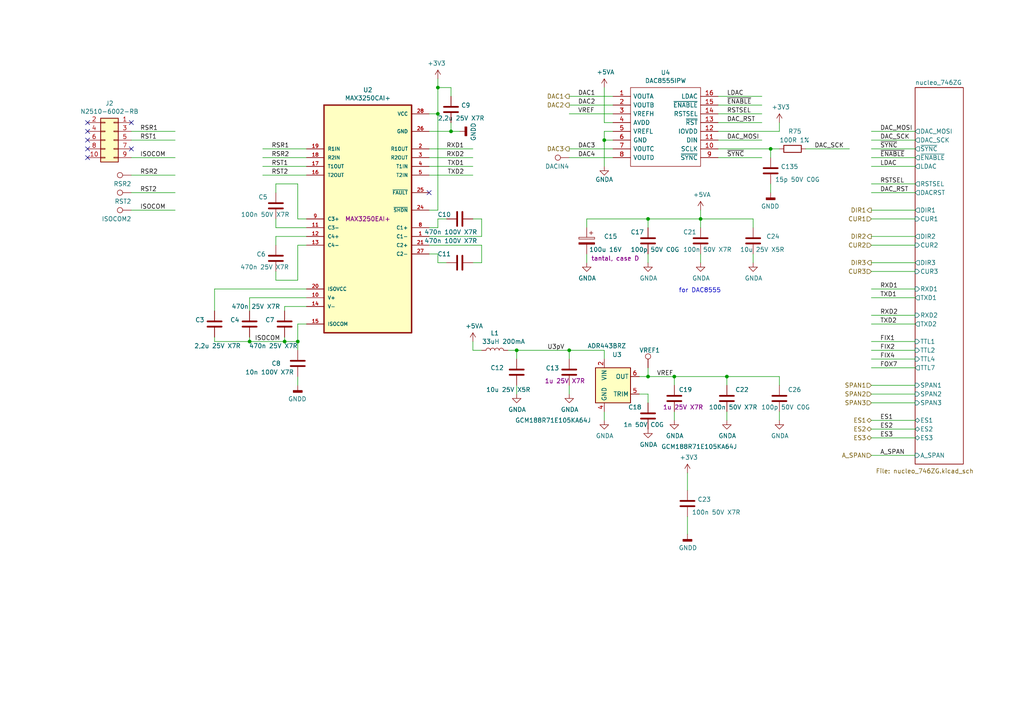
<source format=kicad_sch>
(kicad_sch (version 20230121) (generator eeschema)
  (paper "A4")
  (title_block (title "Compensation coils driver 3x3A for Kasli system") (date "2023-11-17") (rev "3_Artiq") (company "Nicolaus Copernicus University in Toruń") (comment 1 "KL FAMO") (comment 3 "designed by Adam Ledziński"))
  (lib_symbols
    (symbol "Connector:TestPoint" (pin_numbers hide) (pin_names (offset 0.762) hide)
      (property "Reference" "TP" (at 0 6.858 0))
      (property "Value" "TestPoint" (at 0 5.08 0))
      (symbol "TestPoint_0_1"
        (circle (center 0 3.302) (radius 0.762))
      )
      (symbol "TestPoint_1_1"
        (pin passive line (at 0 0 90) (length 2.54) (name "1") (number "1"))
      )
    )
    (symbol "Connector_Generic:Conn_02x05_Odd_Even" (pin_names (offset 1.016) hide)
      (property "Reference" "J" (at 1.27 7.62 0))
      (property "Value" "Conn_02x05_Odd_Even" (at 1.27 -7.62 0))
      (symbol "Conn_02x05_Odd_Even_1_1"
        (rectangle (start -1.27 -4.953) (end 0 -5.207) (stroke (width 0.1524)))
        (rectangle (start -1.27 -2.413) (end 0 -2.667) (stroke (width 0.1524)))
        (rectangle (start -1.27 0.127) (end 0 -0.127) (stroke (width 0.1524)))
        (rectangle (start -1.27 2.667) (end 0 2.413) (stroke (width 0.1524)))
        (rectangle (start -1.27 5.207) (end 0 4.953) (stroke (width 0.1524)))
        (rectangle (start -1.27 6.35) (end 3.81 -6.35) (stroke (width 0.254)) (fill (type background)))
        (rectangle (start 3.81 -4.953) (end 2.54 -5.207) (stroke (width 0.1524)))
        (rectangle (start 3.81 -2.413) (end 2.54 -2.667) (stroke (width 0.1524)))
        (rectangle (start 3.81 0.127) (end 2.54 -0.127) (stroke (width 0.1524)))
        (rectangle (start 3.81 2.667) (end 2.54 2.413) (stroke (width 0.1524)))
        (rectangle (start 3.81 5.207) (end 2.54 4.953) (stroke (width 0.1524)))
        (pin passive line (at -5.08 5.08 0) (length 3.81) (name "Pin_1") (number "1"))
        (pin passive line (at 7.62 -5.08 180) (length 3.81) (name "Pin_10") (number "10"))
        (pin passive line (at 7.62 5.08 180) (length 3.81) (name "Pin_2") (number "2"))
        (pin passive line (at -5.08 2.54 0) (length 3.81) (name "Pin_3") (number "3"))
        (pin passive line (at 7.62 2.54 180) (length 3.81) (name "Pin_4") (number "4"))
        (pin passive line (at -5.08 0 0) (length 3.81) (name "Pin_5") (number "5"))
        (pin passive line (at 7.62 0 180) (length 3.81) (name "Pin_6") (number "6"))
        (pin passive line (at -5.08 -2.54 0) (length 3.81) (name "Pin_7") (number "7"))
        (pin passive line (at 7.62 -2.54 180) (length 3.81) (name "Pin_8") (number "8"))
        (pin passive line (at -5.08 -5.08 0) (length 3.81) (name "Pin_9") (number "9"))
      )
    )
    (symbol "Device:C" (pin_numbers hide) (pin_names (offset 0.254))
      (property "Reference" "C" (at 0.635 2.54 0))
      (property "Value" "C" (at 0.635 -2.54 0))
      (symbol "C_0_1"
        (polyline (pts (xy -2.032 -0.762) (xy 2.032 -0.762)) (stroke (width 0.508)))
        (polyline (pts (xy -2.032 0.762) (xy 2.032 0.762)) (stroke (width 0.508)))
      )
      (symbol "C_1_1"
        (pin passive line (at 0 3.81 270) (length 2.794) (name "~") (number "1"))
        (pin passive line (at 0 -3.81 90) (length 2.794) (name "~") (number "2"))
      )
    )
    (symbol "Device:L" (pin_numbers hide) (pin_names (offset 1.016) hide)
      (property "Reference" "L" (at -1.27 0 90))
      (property "Value" "L" (at 1.905 0 90))
      (symbol "L_0_1"
        (arc (start 0 -2.54) (mid 0.6323 -1.905) (end 0 -1.27))
        (arc (start 0 -1.27) (mid 0.6323 -0.635) (end 0 0))
        (arc (start 0 0) (mid 0.6323 0.635) (end 0 1.27))
        (arc (start 0 1.27) (mid 0.6323 1.905) (end 0 2.54))
      )
      (symbol "L_1_1"
        (pin passive line (at 0 3.81 270) (length 1.27) (name "1") (number "1"))
        (pin passive line (at 0 -3.81 90) (length 1.27) (name "2") (number "2"))
      )
    )
    (symbol "Device:R" (pin_numbers hide) (pin_names (offset 0))
      (property "Reference" "R" (at 2.032 0 90))
      (property "Value" "R" (at 0 0 90))
      (symbol "R_0_1"
        (rectangle (start -1.016 -2.54) (end 1.016 2.54) (stroke (width 0.254)))
      )
      (symbol "R_1_1"
        (pin passive line (at 0 3.81 270) (length 1.27) (name "~") (number "1"))
        (pin passive line (at 0 -3.81 90) (length 1.27) (name "~") (number "2"))
      )
    )
    (symbol "Reference_Voltage:ADR423ARMZ"
      (property "Reference" "U" (at 0 6.35 0))
      (property "Value" "ADR423ARMZ" (at 3.81 -6.35 0))
      (symbol "ADR423ARMZ_0_1"
        (rectangle (start 5.08 -5.08) (end -5.08 5.08) (stroke (width 0.254)) (fill (type background)))
        (pin no_connect line (at -5.08 0 0) (length 2.54) hide (name "TP") (number "1"))
        (pin power_in line (at -2.54 7.62 270) (length 2.54) (name "VIN") (number "2"))
        (pin no_connect line (at 5.08 0 180) (length 2.54) hide (name "NC") (number "3"))
        (pin power_in line (at -2.54 -7.62 90) (length 2.54) (name "GND") (number "4"))
        (pin passive line (at 7.62 -2.54 180) (length 2.54) (name "TRIM") (number "5"))
        (pin output line (at 7.62 2.54 180) (length 2.54) (name "OUT") (number "6"))
        (pin no_connect line (at -5.08 2.54 0) (length 2.54) hide (name "NC") (number "7"))
        (pin no_connect line (at -5.08 -2.54 0) (length 2.54) hide (name "TP") (number "8"))
      )
    )
    (symbol "c3Av2_A-rescue:+3.3V-power" (power) (pin_names (offset 0))
      (property "Value" "+3.3V-power" (at 0 3.556 0))
      (symbol "+3.3V-power_0_1"
        (polyline (pts (xy -0.762 1.27) (xy 0 2.54)))
        (polyline (pts (xy 0 0) (xy 0 2.54)))
        (polyline (pts (xy 0 2.54) (xy 0.762 1.27)))
      )
      (symbol "+3.3V-power_1_1"
        (pin power_in line (at 0 0 90) (length 0) hide (name "+3V3") (number "1"))
      )
    )
    (symbol "c3Av2_A-rescue:CP-Device" (pin_numbers hide) (pin_names (offset 0.254))
      (property "Reference" "C" (at 0.635 2.54 0))
      (property "Value" "Device_CP" (at 0.635 -2.54 0))
      (symbol "CP-Device_0_1"
        (rectangle (start -2.286 0.508) (end 2.286 1.016))
        (polyline (pts (xy -1.778 2.286) (xy -0.762 2.286)))
        (polyline (pts (xy -1.27 2.794) (xy -1.27 1.778)))
        (rectangle (start 2.286 -0.508) (end -2.286 -1.016) (fill (type outline)))
      )
      (symbol "CP-Device_1_1"
        (pin passive line (at 0 3.81 270) (length 2.794) (name "~") (number "1"))
        (pin passive line (at 0 -3.81 90) (length 2.794) (name "~") (number "2"))
      )
    )
    (symbol "ff:DAC8555IPW" (pin_names (offset 0.762))
      (property "Reference" "U" (at -6.985 13.97 0))
      (property "Value" "DAC8555IPW" (at -8.89 11.43 0))
      (symbol "DAC8555IPW_0_0"
        (pin passive line (at -15.24 7.62 0) (length 5.08) (name "VOUTA") (number "1"))
        (pin passive line (at 15.24 -7.62 180) (length 5.08) (name "SCLK") (number "10"))
        (pin passive line (at 15.24 -5.08 180) (length 5.08) (name "DIN") (number "11"))
        (pin passive line (at 15.24 -2.54 180) (length 5.08) (name "IOVDD") (number "12"))
        (pin passive line (at 15.24 0 180) (length 5.08) (name "~{RST}") (number "13"))
        (pin passive line (at 15.24 2.54 180) (length 5.08) (name "RSTSEL") (number "14"))
        (pin passive line (at 15.24 5.08 180) (length 5.08) (name "~{ENABLE}") (number "15"))
        (pin passive line (at 15.24 7.62 180) (length 5.08) (name "LDAC") (number "16"))
        (pin passive line (at -15.24 5.08 0) (length 5.08) (name "VOUTB") (number "2"))
        (pin passive line (at -15.24 2.54 0) (length 5.08) (name "VREFH") (number "3"))
        (pin passive line (at -15.24 0 0) (length 5.08) (name "AVDD") (number "4"))
        (pin passive line (at -15.24 -2.54 0) (length 5.08) (name "VREFL") (number "5"))
        (pin passive line (at -15.24 -5.08 0) (length 5.08) (name "GND") (number "6"))
        (pin passive line (at -15.24 -7.62 0) (length 5.08) (name "VOUTC") (number "7"))
        (pin passive line (at -15.24 -10.16 0) (length 5.08) (name "VOUTD") (number "8"))
        (pin passive line (at 15.24 -10.16 180) (length 5.08) (name "~{SYNC}") (number "9"))
      )
      (symbol "DAC8555IPW_0_1"
        (rectangle (start -10.16 10.16) (end 10.16 -12.7))
      )
    )
    (symbol "ff:MAX3250CAI" (pin_names (offset 1.016))
      (property "Reference" "U" (at -12.7 34.0106 0))
      (property "Value" "MAX3250CAI" (at -12.7 -37.0078 0))
      (symbol "MAX3250CAI_0_0"
        (rectangle (start -12.7 -33.02) (end 12.7 33.02) (stroke (width 0.4064)) (fill (type background)))
        (pin bidirectional line (at -17.78 -5.08 0) (length 5.08) (name "C1-") (number "1"))
        (pin power_in line (at 17.78 -22.86 180) (length 5.08) (name "V+") (number "10"))
        (pin bidirectional line (at 17.78 -2.54 180) (length 5.08) (name "C3-") (number "11"))
        (pin bidirectional line (at 17.78 -5.08 180) (length 5.08) (name "C4+") (number "12"))
        (pin bidirectional line (at 17.78 -7.62 180) (length 5.08) (name "C4-") (number "13"))
        (pin power_in line (at 17.78 -25.4 180) (length 5.08) (name "V-") (number "14"))
        (pin bidirectional line (at 17.78 -30.48 180) (length 5.08) (name "ISOCOM") (number "15"))
        (pin output line (at 17.78 12.7 180) (length 5.08) (name "T2OUT") (number "16"))
        (pin output line (at 17.78 15.24 180) (length 5.08) (name "T1OUT") (number "17"))
        (pin input line (at 17.78 17.78 180) (length 5.08) (name "R2IN") (number "18"))
        (pin input line (at 17.78 20.32 180) (length 5.08) (name "R1IN") (number "19"))
        (pin output line (at -17.78 20.32 0) (length 5.08) (name "R1OUT") (number "2"))
        (pin power_in line (at 17.78 -20.32 180) (length 5.08) (name "ISOVCC") (number "20"))
        (pin bidirectional line (at -17.78 -7.62 0) (length 5.08) (name "C2+") (number "21"))
        (pin unspecified line (at -10.795 -12.7 0) (length 5.08) hide (name "NC") (number "22"))
        (pin unspecified line (at -10.795 -14.605 0) (length 5.08) hide (name "NC") (number "23"))
        (pin bidirectional line (at -17.78 2.54 0) (length 5.08) (name "~{SHDN}") (number "24"))
        (pin bidirectional line (at -17.78 7.62 0) (length 5.08) (name "~{FAULT}") (number "25"))
        (pin power_in line (at -17.78 25.4 0) (length 5.08) (name "GND") (number "26"))
        (pin bidirectional line (at -17.78 -10.16 0) (length 5.08) (name "C2-") (number "27"))
        (pin power_in line (at -17.78 30.48 0) (length 5.08) (name "VCC") (number "28"))
        (pin output line (at -17.78 17.78 0) (length 5.08) (name "R2OUT") (number "3"))
        (pin input line (at -17.78 15.24 0) (length 5.08) (name "T1IN") (number "4"))
        (pin input line (at -17.78 12.7 0) (length 5.08) (name "T2IN") (number "5"))
        (pin unspecified line (at -10.795 -16.51 0) (length 5.08) hide (name "NC") (number "6"))
        (pin unspecified line (at -10.795 -18.415 0) (length 5.08) hide (name "NC") (number "7"))
        (pin bidirectional line (at -17.78 -2.54 0) (length 5.08) (name "C1+") (number "8"))
        (pin bidirectional line (at 17.78 0 180) (length 5.08) (name "C3+") (number "9"))
      )
    )
    (symbol "power:+5VA" (power) (pin_names (offset 0))
      (property "Value" "+5VA" (at 0 3.556 0))
      (symbol "+5VA_0_1"
        (polyline (pts (xy -0.762 1.27) (xy 0 2.54)))
        (polyline (pts (xy 0 0) (xy 0 2.54)))
        (polyline (pts (xy 0 2.54) (xy 0.762 1.27)))
      )
      (symbol "+5VA_1_1"
        (pin power_in line (at 0 0 90) (length 0) hide (name "+5VA") (number "1"))
      )
    )
    (symbol "power:GNDA" (power) (pin_names (offset 0))
      (property "Value" "GNDA" (at 0 -3.81 0))
      (symbol "GNDA_0_1"
        (polyline (pts (xy 0 0) (xy 0 -1.27) (xy 1.27 -1.27) (xy 0 -2.54) (xy -1.27 -1.27) (xy 0 -1.27)))
      )
      (symbol "GNDA_1_1"
        (pin power_in line (at 0 0 270) (length 0) hide (name "GNDA") (number "1"))
      )
    )
    (symbol "power:GNDD" (power) (pin_names (offset 0))
      (property "Value" "GNDD" (at 0 -3.175 0))
      (symbol "GNDD_0_1"
        (rectangle (start -1.27 -1.524) (end 1.27 -2.032) (stroke (width 0.254)) (fill (type outline)))
        (polyline (pts (xy 0 0) (xy 0 -1.524)))
      )
      (symbol "GNDD_1_1"
        (pin power_in line (at 0 0 270) (length 0) hide (name "GNDD") (number "1"))
      )
    )
  )
  (junction (at 195.58 109.22))
  (junction (at 203.2 63.5))
  (junction (at 187.96 63.5))
  (junction (at 210.82 109.22))
  (junction (at 187.96 109.22))
  (junction (at 82.55 99.06))
  (junction (at 223.52 43.18))
  (junction (at 127 25.4))
  (junction (at 130.81 38.1))
  (junction (at 86.36 99.06))
  (junction (at 149.86 101.6))
  (junction (at 175.26 40.64))
  (junction (at 127 33.02))
  (junction (at 165.1 101.6))
  (junction (at 72.39 99.06))
  (no_connect (at 25.4 45.72))
  (no_connect (at 25.4 43.18))
  (no_connect (at 25.4 38.1))
  (no_connect (at 25.4 40.64))
  (no_connect (at 25.4 35.56))
  (no_connect (at 124.46 55.88))
  (no_connect (at 38.1 35.56))
  (no_connect (at 38.1 43.18))
  (wire (pts (xy 203.2 63.5) (xy 218.44 63.5)))
  (wire (pts (xy 252.73 124.46) (xy 265.43 124.46)))
  (wire (pts (xy 195.58 109.22) (xy 195.58 111.76)))
  (wire (pts (xy 127 22.86) (xy 127 25.4)))
  (wire (pts (xy 72.39 99.06) (xy 62.23 99.06)))
  (wire (pts (xy 252.73 63.5) (xy 265.43 63.5)))
  (wire (pts (xy 124.46 43.18) (xy 137.16 43.18)))
  (wire (pts (xy 252.73 71.12) (xy 265.43 71.12)))
  (wire (pts (xy 82.55 99.06) (xy 82.55 97.79)))
  (wire (pts (xy 139.7 71.12) (xy 139.7 76.2)))
  (wire (pts (xy 80.01 81.28) (xy 80.01 78.74)))
  (wire (pts (xy 187.96 63.5) (xy 187.96 66.04)))
  (wire (pts (xy 165.1 33.02) (xy 177.8 33.02)))
  (wire (pts (xy 62.23 83.82) (xy 62.23 90.17)))
  (wire (pts (xy 223.52 43.18) (xy 223.52 45.72)))
  (wire (pts (xy 226.06 111.76) (xy 226.06 109.22)))
  (wire (pts (xy 226.06 121.92) (xy 226.06 119.38)))
  (wire (pts (xy 149.86 101.6) (xy 165.1 101.6)))
  (wire (pts (xy 203.2 63.5) (xy 203.2 60.96)))
  (wire (pts (xy 208.28 40.64) (xy 220.98 40.64)))
  (wire (pts (xy 82.55 88.9) (xy 88.9 88.9)))
  (wire (pts (xy 88.9 66.04) (xy 80.01 66.04)))
  (wire (pts (xy 265.43 68.58) (xy 252.73 68.58)))
  (wire (pts (xy 147.32 101.6) (xy 149.86 101.6)))
  (wire (pts (xy 265.43 76.2) (xy 252.73 76.2)))
  (wire (pts (xy 127 60.96) (xy 127 33.02)))
  (wire (pts (xy 210.82 111.76) (xy 210.82 109.22)))
  (wire (pts (xy 165.1 101.6) (xy 175.26 101.6)))
  (wire (pts (xy 187.96 76.2) (xy 187.96 73.66)))
  (wire (pts (xy 88.9 50.8) (xy 76.2 50.8)))
  (wire (pts (xy 252.73 132.08) (xy 265.43 132.08)))
  (wire (pts (xy 165.1 43.18) (xy 177.8 43.18)))
  (wire (pts (xy 82.55 99.06) (xy 72.39 99.06)))
  (wire (pts (xy 226.06 43.18) (xy 223.52 43.18)))
  (wire (pts (xy 265.43 106.68) (xy 252.73 106.68)))
  (wire (pts (xy 210.82 121.92) (xy 210.82 119.38)))
  (wire (pts (xy 80.01 53.34) (xy 80.01 55.88)))
  (wire (pts (xy 208.28 38.1) (xy 226.06 38.1)))
  (wire (pts (xy 252.73 111.76) (xy 265.43 111.76)))
  (wire (pts (xy 50.8 50.8) (xy 38.1 50.8)))
  (wire (pts (xy 208.28 35.56) (xy 220.98 35.56)))
  (wire (pts (xy 175.26 101.6) (xy 175.26 104.14)))
  (wire (pts (xy 88.9 48.26) (xy 76.2 48.26)))
  (wire (pts (xy 208.28 43.18) (xy 223.52 43.18)))
  (wire (pts (xy 86.36 99.06) (xy 82.55 99.06)))
  (wire (pts (xy 165.1 30.48) (xy 177.8 30.48)))
  (wire (pts (xy 252.73 48.26) (xy 265.43 48.26)))
  (wire (pts (xy 165.1 104.14) (xy 165.1 101.6)))
  (wire (pts (xy 265.43 91.44) (xy 252.73 91.44)))
  (wire (pts (xy 218.44 63.5) (xy 218.44 66.04)))
  (wire (pts (xy 252.73 78.74) (xy 265.43 78.74)))
  (wire (pts (xy 187.96 109.22) (xy 195.58 109.22)))
  (wire (pts (xy 233.68 43.18) (xy 246.38 43.18)))
  (wire (pts (xy 88.9 71.12) (xy 86.36 71.12)))
  (wire (pts (xy 170.18 76.2) (xy 170.18 73.66)))
  (wire (pts (xy 252.73 43.18) (xy 265.43 43.18)))
  (wire (pts (xy 88.9 43.18) (xy 76.2 43.18)))
  (wire (pts (xy 130.81 38.1) (xy 130.81 35.56)))
  (wire (pts (xy 80.01 66.04) (xy 80.01 63.5)))
  (wire (pts (xy 185.42 109.22) (xy 187.96 109.22)))
  (wire (pts (xy 82.55 90.17) (xy 82.55 88.9)))
  (wire (pts (xy 175.26 35.56) (xy 175.26 25.4)))
  (wire (pts (xy 124.46 48.26) (xy 137.16 48.26)))
  (wire (pts (xy 127 66.04) (xy 124.46 66.04)))
  (wire (pts (xy 86.36 81.28) (xy 80.01 81.28)))
  (wire (pts (xy 170.18 63.5) (xy 187.96 63.5)))
  (wire (pts (xy 137.16 101.6) (xy 137.16 99.06)))
  (wire (pts (xy 130.81 25.4) (xy 130.81 27.94)))
  (wire (pts (xy 187.96 116.84) (xy 187.96 114.3)))
  (wire (pts (xy 226.06 109.22) (xy 210.82 109.22)))
  (wire (pts (xy 124.46 60.96) (xy 127 60.96)))
  (wire (pts (xy 127 33.02) (xy 127 25.4)))
  (wire (pts (xy 175.26 40.64) (xy 177.8 40.64)))
  (wire (pts (xy 127 76.2) (xy 127 73.66)))
  (wire (pts (xy 170.18 66.04) (xy 170.18 63.5)))
  (wire (pts (xy 252.73 45.72) (xy 265.43 45.72)))
  (wire (pts (xy 175.26 40.64) (xy 175.26 48.26)))
  (wire (pts (xy 252.73 127) (xy 265.43 127)))
  (wire (pts (xy 50.8 55.88) (xy 38.1 55.88)))
  (wire (pts (xy 226.06 35.56) (xy 226.06 38.1)))
  (wire (pts (xy 86.36 111.76) (xy 86.36 109.22)))
  (wire (pts (xy 38.1 45.72) (xy 50.8 45.72)))
  (wire (pts (xy 124.46 71.12) (xy 139.7 71.12)))
  (wire (pts (xy 80.01 68.58) (xy 88.9 68.58)))
  (wire (pts (xy 165.1 45.72) (xy 177.8 45.72)))
  (wire (pts (xy 187.96 106.68) (xy 187.96 109.22)))
  (wire (pts (xy 265.43 101.6) (xy 252.73 101.6)))
  (wire (pts (xy 137.16 101.6) (xy 139.7 101.6)))
  (wire (pts (xy 124.46 33.02) (xy 127 33.02)))
  (wire (pts (xy 127 73.66) (xy 124.46 73.66)))
  (wire (pts (xy 187.96 63.5) (xy 203.2 63.5)))
  (wire (pts (xy 199.39 149.86) (xy 199.39 154.94)))
  (wire (pts (xy 393.7 165.1) (xy 381 165.1)))
  (wire (pts (xy 265.43 86.36) (xy 252.73 86.36)))
  (wire (pts (xy 165.1 27.94) (xy 177.8 27.94)))
  (wire (pts (xy 127 25.4) (xy 130.81 25.4)))
  (wire (pts (xy 86.36 53.34) (xy 80.01 53.34)))
  (wire (pts (xy 127 63.5) (xy 127 66.04)))
  (wire (pts (xy 129.54 63.5) (xy 127 63.5)))
  (wire (pts (xy 80.01 71.12) (xy 80.01 68.58)))
  (wire (pts (xy 208.28 30.48) (xy 220.98 30.48)))
  (wire (pts (xy 252.73 55.88) (xy 265.43 55.88)))
  (wire (pts (xy 139.7 76.2) (xy 137.16 76.2)))
  (wire (pts (xy 130.81 38.1) (xy 133.35 38.1)))
  (wire (pts (xy 149.86 101.6) (xy 149.86 104.14)))
  (wire (pts (xy 86.36 71.12) (xy 86.36 81.28)))
  (wire (pts (xy 177.8 35.56) (xy 175.26 35.56)))
  (wire (pts (xy 218.44 76.2) (xy 218.44 73.66)))
  (wire (pts (xy 88.9 93.98) (xy 86.36 93.98)))
  (wire (pts (xy 252.73 116.84) (xy 265.43 116.84)))
  (wire (pts (xy 187.96 114.3) (xy 185.42 114.3)))
  (wire (pts (xy 86.36 101.6) (xy 86.36 99.06)))
  (wire (pts (xy 252.73 40.64) (xy 265.43 40.64)))
  (wire (pts (xy 199.39 137.16) (xy 199.39 142.24)))
  (wire (pts (xy 175.26 121.92) (xy 175.26 119.38)))
  (wire (pts (xy 208.28 27.94) (xy 220.98 27.94)))
  (wire (pts (xy 265.43 104.14) (xy 252.73 104.14)))
  (wire (pts (xy 175.26 38.1) (xy 175.26 40.64)))
  (wire (pts (xy 124.46 68.58) (xy 139.7 68.58)))
  (wire (pts (xy 124.46 45.72) (xy 137.16 45.72)))
  (wire (pts (xy 139.7 68.58) (xy 139.7 63.5)))
  (wire (pts (xy 72.39 99.06) (xy 72.39 97.79)))
  (wire (pts (xy 208.28 45.72) (xy 220.98 45.72)))
  (wire (pts (xy 177.8 38.1) (xy 175.26 38.1)))
  (wire (pts (xy 62.23 99.06) (xy 62.23 97.79)))
  (wire (pts (xy 203.2 76.2) (xy 203.2 73.66)))
  (wire (pts (xy 252.73 114.3) (xy 265.43 114.3)))
  (wire (pts (xy 252.73 53.34) (xy 265.43 53.34)))
  (wire (pts (xy 195.58 121.92) (xy 195.58 119.38)))
  (wire (pts (xy 38.1 60.96) (xy 50.8 60.96)))
  (wire (pts (xy 88.9 45.72) (xy 76.2 45.72)))
  (wire (pts (xy 86.36 93.98) (xy 86.36 99.06)))
  (wire (pts (xy 72.39 86.36) (xy 72.39 90.17)))
  (wire (pts (xy 165.1 114.3) (xy 165.1 111.76)))
  (wire (pts (xy 124.46 38.1) (xy 130.81 38.1)))
  (wire (pts (xy 124.46 50.8) (xy 137.16 50.8)))
  (wire (pts (xy 86.36 63.5) (xy 86.36 53.34)))
  (wire (pts (xy 265.43 93.98) (xy 252.73 93.98)))
  (wire (pts (xy 50.8 40.64) (xy 38.1 40.64)))
  (wire (pts (xy 265.43 99.06) (xy 252.73 99.06)))
  (wire (pts (xy 203.2 63.5) (xy 203.2 66.04)))
  (wire (pts (xy 88.9 83.82) (xy 62.23 83.82)))
  (wire (pts (xy 88.9 63.5) (xy 86.36 63.5)))
  (wire (pts (xy 129.54 76.2) (xy 127 76.2)))
  (wire (pts (xy 252.73 38.1) (xy 265.43 38.1)))
  (wire (pts (xy 252.73 121.92) (xy 265.43 121.92)))
  (wire (pts (xy 208.28 33.02) (xy 220.98 33.02)))
  (wire (pts (xy 50.8 38.1) (xy 38.1 38.1)))
  (wire (pts (xy 139.7 63.5) (xy 137.16 63.5)))
  (wire (pts (xy 265.43 60.96) (xy 252.73 60.96)))
  (wire (pts (xy 88.9 86.36) (xy 72.39 86.36)))
  (wire (pts (xy 265.43 83.82) (xy 252.73 83.82)))
  (wire (pts (xy 210.82 109.22) (xy 195.58 109.22)))
  (wire (pts (xy 223.52 53.34) (xy 223.52 55.88)))
  (wire (pts (xy 149.86 114.3) (xy 149.86 111.76)))
  (text "for DAC8555" (at 196.85 85.09 0) (effects (font (size 1.27 1.27)) (justify left bottom)))
  (label "RXD2" (at 134.62 45.72 180))
  (label "RSR2" (at 78.74 45.72 0))
  (label "LDAC" (at 255.27 48.26 0))
  (label "RSR2" (at 40.64 50.8 0))
  (label "RSR1" (at 40.64 38.1 0))
  (label "LDAC" (at 210.82 27.94 0))
  (label "RXD2" (at 255.27 91.44 0))
  (label "DAC_SCK" (at 255.27 40.64 0))
  (label "RSR1" (at 78.74 43.18 0))
  (label "FIX4" (at 255.27 104.14 0))
  (label "DAC_RST" (at 255.27 55.88 0))
  (label "DAC4" (at 167.64 45.72 0))
  (label "RST1" (at 40.64 40.64 0))
  (label "DAC_RST" (at 210.82 35.56 0))
  (label "DAC1" (at 167.64 27.94 0))
  (label "DAC_MOSI" (at 210.82 40.64 0))
  (label "~{ENABLE}" (at 255.27 45.72 0))
  (label "DAC_SCK" (at 236.22 43.18 0))
  (label "FOX7" (at 255.27 106.68 0))
  (label "RSTSEL" (at 210.82 33.02 0))
  (label "VREF" (at 167.64 33.02 0))
  (label "RXD1" (at 134.62 43.18 180))
  (label "TXD1" (at 134.62 48.26 180))
  (label "A_SPAN" (at 255.27 132.08 0))
  (label "~{ENABLE}" (at 210.82 30.48 0))
  (label "RST1" (at 78.74 48.26 0))
  (label "FIX1" (at 255.27 99.06 0))
  (label "RST2" (at 40.64 55.88 0))
  (label "FOX8" (at 383.54 165.1 0))
  (label "TXD2" (at 255.27 93.98 0))
  (label "TXD1" (at 255.27 86.36 0))
  (label "U3pV" (at 158.75 101.6 0))
  (label "~{SYNC}" (at 255.27 43.18 0))
  (label "ES3" (at 255.27 127 0))
  (label "FIX2" (at 255.27 101.6 0))
  (label "DAC2" (at 167.64 30.48 0))
  (label "ES1" (at 255.27 121.92 0))
  (label "RSTSEL" (at 255.27 53.34 0))
  (label "RST2" (at 78.74 50.8 0))
  (label "ISOCOM" (at 40.64 45.72 0))
  (label "DAC3" (at 167.64 43.18 0))
  (label "ISOCOM" (at 81.28 99.06 180))
  (label "VREF" (at 190.5 109.22 0))
  (label "ISOCOM" (at 40.64 60.96 0))
  (label "TXD2" (at 134.62 50.8 180))
  (label "RXD1" (at 255.27 83.82 0))
  (label "ES2" (at 255.27 124.46 0))
  (label "~{SYNC}" (at 210.82 45.72 0))
  (label "DAC_MOSI" (at 255.27 38.1 0))
  (hierarchical_label "ES1" (shape bidirectional) (at 252.73 121.92 180))
  (hierarchical_label "DIR3" (shape output) (at 252.73 76.2 180))
  (hierarchical_label "CUR1" (shape input) (at 252.73 63.5 180))
  (hierarchical_label "A_SPAN" (shape input) (at 252.73 132.08 180))
  (hierarchical_label "CUR3" (shape input) (at 252.73 78.74 180))
  (hierarchical_label "DIR1" (shape output) (at 252.73 60.96 180))
  (hierarchical_label "ES3" (shape bidirectional) (at 252.73 127 180))
  (hierarchical_label "SPAN1" (shape input) (at 252.73 111.76 180))
  (hierarchical_label "ES2" (shape bidirectional) (at 252.73 124.46 180))
  (hierarchical_label "SPAN2" (shape input) (at 252.73 114.3 180))
  (hierarchical_label "CUR2" (shape input) (at 252.73 71.12 180))
  (hierarchical_label "DIR2" (shape output) (at 252.73 68.58 180))
  (hierarchical_label "DAC2" (shape output) (at 165.1 30.48 180))
  (hierarchical_label "SPAN3" (shape input) (at 252.73 116.84 180))
  (hierarchical_label "DAC3" (shape output) (at 165.1 43.18 180))
  (hierarchical_label "DAC1" (shape output) (at 165.1 27.94 180))
  (symbol (lib_id "c3Av2_A-rescue:+3.3V-power") (at 127 22.86 0) (mirror y) (unit 1)
    (property "Reference" "#PWR010" (effects hide))
    (property "Value" "+3.3V" (at 126.619 18.3642 0))
    (instances (project "current3x3A_Artiq" (path "" (reference "#PWR010") (unit 1))) (project "c3Av2_A" (path "" (reference "#PWR032") (unit 1))))
  )
  (symbol (lib_id "Device:C") (at 86.36 105.41 0) (unit 1)
    (property "Reference" "C8" (at 78.74 105.41 0) (effects (justify left)))
    (property "Value" "10n 100V X7R" (at 71.12 107.95 0) (effects (justify left)))
    (property "Footprint" "Capacitor_SMD:C_0805_2012Metric" (effects hide))
    (instances (project "current3x3A_Artiq" (path "" (reference "C8") (unit 1))) (project "c3Av2_A" (path "" (reference "C44") (unit 1)) (path "" (reference "C?") (unit 1))))
  )
  (symbol (lib_id "power:GNDD") (at 86.36 111.76 0) (mirror y) (unit 1)
    (property "Reference" "#PWR07" (effects hide))
    (property "Value" "GNDD" (at 86.233 115.7224 0))
    (instances (project "current3x3A_Artiq" (path "" (reference "#PWR07") (unit 1))) (project "c3Av2_A" (path "" (reference "#PWR057") (unit 1))))
  )
  (symbol (lib_id "power:GNDD") (at 199.39 154.94 0) (unit 1)
    (property "Reference" "#PWR020" (effects hide))
    (property "Value" "GNDD" (at 199.517 158.9024 0))
    (instances (project "current3x3A_Artiq" (path "" (reference "#PWR020") (unit 1))) (project "c3Av2_A" (path "" (reference "#PWR056") (unit 1))))
  )
  (symbol (lib_id "power:GNDA") (at 195.58 121.92 0) (unit 1)
    (property "Reference" "#PWR023" (effects hide))
    (property "Value" "GNDA" (at 195.707 126.4158 0))
    (instances (project "current3x3A_Artiq" (path "" (reference "#PWR023") (unit 1))) (project "c3Av2_A" (path "" (reference "#PWR070") (unit 1))))
  )
  (symbol (lib_id "power:GNDA") (at 149.86 114.3 0) (unit 1)
    (property "Reference" "#PWR013" (effects hide))
    (property "Value" "GNDA" (at 149.987 118.7958 0))
    (instances (project "current3x3A_Artiq" (path "" (reference "#PWR013") (unit 1))) (project "c3Av2_A" (path "" (reference "#PWR062") (unit 1))))
  )
  (symbol (lib_id "power:GNDA") (at 187.96 124.46 0) (unit 1)
    (property "Reference" "#PWR022" (effects hide))
    (property "Value" "GNDA" (at 188.087 128.9558 0))
    (instances (project "current3x3A_Artiq" (path "" (reference "#PWR022") (unit 1))) (project "c3Av2_A" (path "" (reference "#PWR03") (unit 1))))
  )
  (symbol (lib_id "Connector:TestPoint") (at 165.1 45.72 90) (unit 1)
    (property "Reference" "DACIN4" (at 165.1 48.26 90) (effects (justify left)))
    (property "Value" "TestPoint" (effects hide))
    (property "Footprint" "TestPoint:TestPoint_Pad_1.5x1.5mm" (effects hide))
    (instances (project "current3x3A_Artiq" (path "" (reference "DACIN4") (unit 1))) (project "c3Av2_A" (path "" (reference "DACIN?") (unit 1)) (path "" (reference "DACIN4") (unit 1)) (path "" (reference "DACIN?") (unit 1))))
  )
  (symbol (lib_id "Device:C") (at 210.82 115.57 0) (unit 1)
    (property "Reference" "C22" (at 217.17 113.03 0) (effects (justify right)))
    (property "Value" "100n 50V X7R" (at 219.71 118.11 0) (effects (justify right)))
    (property "Footprint" "Capacitor_SMD:C_0603_1608Metric" (effects hide))
    (instances (project "current3x3A_Artiq" (path "" (reference "C22") (unit 1))) (project "c3Av2_A" (path "" (reference "C83") (unit 1))))
  )
  (symbol (lib_id "power:GNDA") (at 226.06 121.92 0) (unit 1)
    (property "Reference" "#PWR030" (effects hide))
    (property "Value" "GNDA" (at 226.187 126.4158 0))
    (instances (project "current3x3A_Artiq" (path "" (reference "#PWR030") (unit 1))) (project "c3Av2_A" (path "" (reference "#PWR091") (unit 1))))
  )
  (symbol (lib_id "c3Av2_A-rescue:CP-Device") (at 170.18 69.85 0) (mirror y) (unit 1)
    (property "Reference" "C15" (at 179.07 68.58 0) (effects (justify left)))
    (property "Value" "100u 16V" (at 180.34 72.39 0) (effects (justify left)))
    (property "Footprint" "Capacitor_Tantalum_SMD:CP_EIA-7343-31_Kemet-D" (effects hide))
    (property "Comm" "tantal, case D" (at 185.42 74.93 0) (effects (justify left)))
    (instances (project "current3x3A_Artiq" (path "" (reference "C15") (unit 1))) (project "c3Av2_A" (path "" (reference "C64") (unit 1))))
  )
  (symbol (lib_id "Device:C") (at 149.86 107.95 0) (mirror y) (unit 1)
    (property "Reference" "C12" (at 142.24 106.68 0) (effects (justify right)))
    (property "Value" "10u 25V X5R" (at 140.97 113.03 0) (effects (justify right)))
    (property "Footprint" "Capacitor_SMD:C_0603_1608Metric" (effects hide))
    (property "Comm" "GRM188R61E106KA73D" (effects hide))
    (instances (project "current3x3A_Artiq" (path "" (reference "C12") (unit 1))) (project "c3Av2_A" (path "" (reference "C54") (unit 1))))
  )
  (symbol (lib_id "power:GNDA") (at 170.18 76.2 0) (unit 1)
    (property "Reference" "#PWR015" (effects hide))
    (property "Value" "GNDA" (at 170.307 80.6958 0))
    (instances (project "current3x3A_Artiq" (path "" (reference "#PWR015") (unit 1))) (project "c3Av2_A" (path "" (reference "#PWR0117") (unit 1))))
  )
  (symbol (lib_id "Connector_Generic:Conn_02x05_Odd_Even") (at 33.02 40.64 0) (mirror y) (unit 1)
    (property "Reference" "J2" (at 31.75 29.972 0))
    (property "Value" "N2510-6002-RB" (at 31.75 32.3342 0))
    (property "Footprint" "Connector_IDC:IDC-Header_2x05_P2.54mm_Vertical" (effects hide))
    (instances (project "current3x3A_Artiq" (path "" (reference "J2") (unit 1))) (project "c3Av2_A" (path "" (reference "J6") (unit 1))))
  )
  (symbol (lib_id "Device:C") (at 80.01 59.69 0) (unit 1)
    (property "Reference" "C5" (at 74.93 57.15 0) (effects (justify left)))
    (property "Value" "100n 50V X7R" (at 69.85 62.23 0) (effects (justify left)))
    (property "Footprint" "Capacitor_SMD:C_0603_1608Metric" (effects hide))
    (instances (project "current3x3A_Artiq" (path "" (reference "C5") (unit 1))) (project "c3Av2_A" (path "" (reference "C95") (unit 1)) (path "" (reference "C?") (unit 1))))
  )
  (symbol (lib_id "Device:C") (at 133.35 76.2 90) (unit 1)
    (property "Reference" "C11" (at 130.81 73.66 90) (effects (justify left)))
    (property "Value" "470n 100V X7R" (at 138.43 69.85 90) (effects (justify left)))
    (property "Footprint" "Capacitor_SMD:C_0805_2012Metric" (effects hide))
    (instances (project "current3x3A_Artiq" (path "" (reference "C11") (unit 1))) (project "c3Av2_A" (path "" (reference "C16") (unit 1)) (path "" (reference "C?") (unit 1))))
  )
  (symbol (lib_id "Device:C") (at 133.35 63.5 90) (unit 1)
    (property "Reference" "C10" (at 130.81 62.23 90) (effects (justify left)))
    (property "Value" "470n 100V X7R" (at 138.43 67.31 90) (effects (justify left)))
    (property "Footprint" "Capacitor_SMD:C_0805_2012Metric" (effects hide))
    (instances (project "current3x3A_Artiq" (path "" (reference "C10") (unit 1))) (project "c3Av2_A" (path "" (reference "C6") (unit 1)) (path "" (reference "C?") (unit 1))))
  )
  (symbol (lib_id "c3Av2_A-rescue:+3.3V-power") (at 199.39 137.16 0) (unit 1)
    (property "Reference" "#PWR019" (effects hide))
    (property "Value" "+3.3V" (at 199.771 132.6642 0))
    (instances (project "current3x3A_Artiq" (path "" (reference "#PWR019") (unit 1))) (project "c3Av2_A" (path "" (reference "#PWR042") (unit 1))))
  )
  (symbol (lib_id "ff:DAC8555IPW") (at 193.04 35.56 0) (unit 1)
    (property "Reference" "U4" (at 193.04 21.0566 0))
    (property "Value" "DAC8555IPW" (at 193.04 23.4188 0))
    (property "Footprint" "Package_SO:TSSOP-16_4.4x5mm_P0.65mm" (effects hide))
    (property "Datasheet" "http://www.ti.com/lit/gpn/dac8555" (effects hide))
    (instances (project "current3x3A_Artiq" (path "" (reference "U4") (unit 1))) (project "c3Av2_A" (path "" (reference "U14") (unit 1))))
  )
  (symbol (lib_id "power:GNDD") (at 133.35 38.1 90) (mirror x) (unit 1)
    (property "Reference" "#PWR011" (effects hide))
    (property "Value" "GNDD" (at 137.3124 38.227 0))
    (instances (project "current3x3A_Artiq" (path "" (reference "#PWR011") (unit 1))) (project "c3Av2_A" (path "" (reference "#PWR0174") (unit 1))))
  )
  (symbol (lib_id "Device:C") (at 82.55 93.98 0) (mirror y) (unit 1)
    (property "Reference" "C7" (at 79.629 92.7862 0) (effects (justify left)))
    (property "Value" "470n 25V X7R" (at 86.36 100.33 0) (effects (justify left)))
    (property "Footprint" "Capacitor_SMD:C_0603_1608Metric" (effects hide))
    (instances (project "current3x3A_Artiq" (path "" (reference "C7") (unit 1))) (project "c3Av2_A" (path "" (reference "C47") (unit 1)) (path "" (reference "C?") (unit 1))))
  )
  (symbol (lib_id "Device:C") (at 72.39 93.98 0) (mirror y) (unit 1)
    (property "Reference" "C4" (at 69.469 92.7862 0) (effects (justify left)))
    (property "Value" "470n 25V X7R" (at 81.28 88.9 0) (effects (justify left)))
    (property "Footprint" "Capacitor_SMD:C_0603_1608Metric" (effects hide))
    (instances (project "current3x3A_Artiq" (path "" (reference "C4") (unit 1))) (project "c3Av2_A" (path "" (reference "C49") (unit 1)) (path "" (reference "C?") (unit 1))))
  )
  (symbol (lib_id "power:GNDA") (at 175.26 121.92 0) (unit 1)
    (property "Reference" "#PWR018" (effects hide))
    (property "Value" "GNDA" (at 175.387 126.4158 0))
    (instances (project "current3x3A_Artiq" (path "" (reference "#PWR018") (unit 1))) (project "c3Av2_A" (path "" (reference "#PWR068") (unit 1))))
  )
  (symbol (lib_id "Device:L") (at 143.51 101.6 90) (unit 1)
    (property "Reference" "L1" (at 143.51 96.6216 90))
    (property "Value" "33uH 200mA" (at 146.05 99.06 90))
    (property "Footprint" "Inductor_SMD:L_0805_2012Metric" (effects hide))
    (property "Comm" "Viking NL05JTC330" (effects hide))
    (instances (project "current3x3A_Artiq" (path "" (reference "L1") (unit 1))) (project "c3Av2_A" (path "" (reference "L4") (unit 1))))
  )
  (symbol (lib_id "Device:C") (at 226.06 115.57 0) (unit 1)
    (property "Reference" "C26" (at 232.41 113.03 0) (effects (justify right)))
    (property "Value" "100p 50V C0G" (at 234.95 118.11 0) (effects (justify right)))
    (property "Footprint" "Capacitor_SMD:C_0603_1608Metric" (effects hide))
    (instances (project "current3x3A_Artiq" (path "" (reference "C26") (unit 1))) (project "c3Av2_A" (path "" (reference "C89") (unit 1))))
  )
  (symbol (lib_id "power:GNDA") (at 210.82 121.92 0) (unit 1)
    (property "Reference" "#PWR026" (effects hide))
    (property "Value" "GNDA" (at 210.947 126.4158 0))
    (instances (project "current3x3A_Artiq" (path "" (reference "#PWR026") (unit 1))) (project "c3Av2_A" (path "" (reference "#PWR087") (unit 1))))
  )
  (symbol (lib_id "Device:C") (at 80.01 74.93 0) (mirror y) (unit 1)
    (property "Reference" "C6" (at 77.089 73.7362 0) (effects (justify left)))
    (property "Value" "470n 25V X7R" (at 83.82 77.47 0) (effects (justify left)))
    (property "Footprint" "Capacitor_SMD:C_0603_1608Metric" (effects hide))
    (instances (project "current3x3A_Artiq" (path "" (reference "C6") (unit 1))) (project "c3Av2_A" (path "" (reference "C96") (unit 1)) (path "" (reference "C?") (unit 1))))
  )
  (symbol (lib_id "ff:MAX3250CAI") (at 106.68 63.5 0) (mirror y) (unit 1)
    (property "Reference" "U2" (at 106.68 26.0858 0))
    (property "Value" "MAX3250CAI+" (at 106.68 28.448 0))
    (property "Footprint" "Package_SO:SSOP-28_5.3x10.2mm_P0.65mm" (effects hide))
    (property "Datasheet" "https://datasheets.maximintegrated.com/en/ds/MAX3250.pdf" (effects hide))
    (property "Comm" "MAX3250EAI+" (at 106.68 63.5 0))
    (instances (project "current3x3A_Artiq" (path "" (reference "U2") (unit 1))) (project "c3Av2_A" (path "" (reference "U11") (unit 1))))
  )
  (symbol (lib_id "Device:C") (at 62.23 93.98 0) (mirror y) (unit 1)
    (property "Reference" "C3" (at 59.309 92.7862 0) (effects (justify left)))
    (property "Value" "2,2u 25V X7R" (at 69.85 100.33 0) (effects (justify left)))
    (property "Footprint" "Capacitor_SMD:C_0805_2012Metric" (effects hide))
    (instances (project "current3x3A_Artiq" (path "" (reference "C3") (unit 1))) (project "c3Av2_A" (path "" (reference "C50") (unit 1)) (path "" (reference "C?") (unit 1))))
  )
  (symbol (lib_id "power:+5VA") (at 203.2 60.96 0) (unit 1)
    (property "Reference" "#PWR024" (effects hide))
    (property "Value" "+5VA" (at 203.581 56.4642 0))
    (instances (project "current3x3A_Artiq" (path "" (reference "#PWR024") (unit 1))) (project "c3Av2_A" (path "" (reference "#PWR075") (unit 1))))
  )
  (symbol (lib_id "Device:C") (at 130.81 31.75 0) (unit 1)
    (property "Reference" "C9" (at 133.731 30.5562 0) (effects (justify left)))
    (property "Value" "2,2u 25V X7R" (at 127 34.29 0) (effects (justify left)))
    (property "Footprint" "Capacitor_SMD:C_0805_2012Metric" (effects hide))
    (instances (project "current3x3A_Artiq" (path "" (reference "C9") (unit 1))) (project "c3Av2_A" (path "" (reference "C43") (unit 1)) (path "" (reference "C?") (unit 1))))
  )
  (symbol (lib_id "power:+5VA") (at 137.16 99.06 0) (unit 1)
    (property "Reference" "#PWR012" (effects hide))
    (property "Value" "+5VA" (at 137.541 94.5642 0))
    (instances (project "current3x3A_Artiq" (path "" (reference "#PWR012") (unit 1))) (project "c3Av2_A" (path "" (reference "#PWR076") (unit 1))))
  )
  (symbol (lib_id "Device:C") (at 195.58 115.57 0) (unit 1)
    (property "Reference" "C19" (at 196.85 113.03 0) (effects (justify left)))
    (property "Value" "GCM188R71E105KA64J" (at 191.77 129.54 0) (effects (justify left)))
    (property "Footprint" "Capacitor_SMD:C_0603_1608Metric" (effects hide))
    (property "Comm" "1u 25V X7R" (at 198.12 118.11 0))
    (instances (project "current3x3A_Artiq" (path "" (reference "C19") (unit 1))) (project "c3Av2_A" (path "" (reference "C59") (unit 1)) (path "" (reference "C?") (unit 1))))
  )
  (symbol (lib_id "Device:C") (at 165.1 107.95 0) (mirror y) (unit 1)
    (property "Reference" "C13" (at 162.179 106.7562 0) (effects (justify left)))
    (property "Value" "GCM188R71E105KA64J" (at 171.45 121.92 0) (effects (justify left)))
    (property "Footprint" "Capacitor_SMD:C_0603_1608Metric" (effects hide))
    (property "Comm" "1u 25V X7R" (at 163.83 110.49 0))
    (instances (project "current3x3A_Artiq" (path "" (reference "C13") (unit 1))) (project "c3Av2_A" (path "" (reference "C57") (unit 1)) (path "" (reference "C?") (unit 1))))
  )
  (symbol (lib_id "power:GNDA") (at 165.1 114.3 0) (unit 1)
    (property "Reference" "#PWR014" (effects hide))
    (property "Value" "GNDA" (at 165.227 118.7958 0))
    (instances (project "current3x3A_Artiq" (path "" (reference "#PWR014") (unit 1))) (project "c3Av2_A" (path "" (reference "#PWR064") (unit 1))))
  )
  (symbol (lib_id "Device:C") (at 187.96 120.65 180) (unit 1)
    (property "Reference" "C18" (at 184.15 118.11 0))
    (property "Value" "1n 50V C0G" (at 186.69 123.19 0))
    (property "Footprint" "Capacitor_SMD:C_0603_1608Metric" (effects hide))
    (instances (project "current3x3A_Artiq" (path "" (reference "C18") (unit 1))) (project "c3Av2_A" (path "" (reference "C?") (unit 1)) (path "" (reference "C1") (unit 1))))
  )
  (symbol (lib_id "Reference_Voltage:ADR423ARMZ") (at 177.8 111.76 0) (unit 1)
    (property "Reference" "U3" (at 180.34 102.87 0) (effects (justify right)))
    (property "Value" "ADR443BRZ" (at 181.61 100.33 0) (effects (justify right)))
    (property "Footprint" "Package_SO:SOIC-8_3.9x4.9mm_P1.27mm" (effects hide))
    (property "Datasheet" "https://www.analog.com/media/en/technical-documentation/data-sheets/ADR440_441_443_444_445.pdf" (effects hide))
    (instances (project "current3x3A_Artiq" (path "" (reference "U3") (unit 1))) (project "c3Av2_A" (path "" (reference "U12") (unit 1))))
  )
  (symbol (lib_id "Connector:TestPoint") (at 187.96 106.68 0) (unit 1)
    (property "Reference" "VREF1" (at 185.42 101.6 0) (effects (justify left)))
    (property "Value" "TestPoint" (effects hide))
    (property "Footprint" "TestPoint:TestPoint_Pad_1.5x1.5mm" (effects hide))
  )
  (symbol (lib_id "power:+5VA") (at 175.26 25.4 0) (unit 1)
    (property "Reference" "#PWR016" (effects hide))
    (property "Value" "+5VA" (at 175.641 20.9042 0))
    (instances (project "current3x3A_Artiq" (path "" (reference "#PWR016") (unit 1))) (project "c3Av2_A" (path "" (reference "#PWR081") (unit 1))))
  )
  (symbol (lib_id "power:GNDA") (at 175.26 48.26 0) (unit 1)
    (property "Reference" "#PWR017" (effects hide))
    (property "Value" "GNDA" (at 175.26 52.07 0))
    (instances (project "current3x3A_Artiq" (path "" (reference "#PWR017") (unit 1))) (project "c3Av2_A" (path "" (reference "#PWR083") (unit 1))))
  )
  (symbol (lib_id "Device:C") (at 218.44 69.85 0) (mirror y) (unit 1)
    (property "Reference" "C24" (at 222.25 68.58 0) (effects (justify right)))
    (property "Value" "10u 25V X5R" (at 214.63 72.39 0) (effects (justify right)))
    (property "Footprint" "Capacitor_SMD:C_0603_1608Metric" (effects hide))
    (property "Comm" "GRM188R61E106KA73D" (effects hide))
    (instances (project "current3x3A_Artiq" (path "" (reference "C24") (unit 1))) (project "c3Av2_A" (path "" (reference "C94") (unit 1))))
  )
  (symbol (lib_id "Device:C") (at 187.96 69.85 0) (mirror y) (unit 1)
    (property "Reference" "C17" (at 182.88 67.31 0) (effects (justify right)))
    (property "Value" "100p 50V C0G" (at 182.88 72.39 0) (effects (justify right)))
    (property "Footprint" "Capacitor_SMD:C_0603_1608Metric" (effects hide))
    (instances (project "current3x3A_Artiq" (path "" (reference "C17") (unit 1))) (project "c3Av2_A" (path "" (reference "C86") (unit 1))))
  )
  (symbol (lib_id "power:GNDA") (at 203.2 76.2 0) (unit 1)
    (property "Reference" "#PWR025" (effects hide))
    (property "Value" "GNDA" (at 203.327 80.6958 0))
    (instances (project "current3x3A_Artiq" (path "" (reference "#PWR025") (unit 1))) (project "c3Av2_A" (path "" (reference "#PWR094") (unit 1))))
  )
  (symbol (lib_id "power:GNDA") (at 218.44 76.2 0) (unit 1)
    (property "Reference" "#PWR027" (effects hide))
    (property "Value" "GNDA" (at 218.567 80.6958 0))
    (instances (project "current3x3A_Artiq" (path "" (reference "#PWR027") (unit 1))) (project "c3Av2_A" (path "" (reference "#PWR098") (unit 1))))
  )
  (symbol (lib_id "Device:C") (at 203.2 69.85 0) (mirror y) (unit 1)
    (property "Reference" "C21" (at 198.12 67.31 0) (effects (justify right)))
    (property "Value" "100n 50V X7R" (at 198.12 72.39 0) (effects (justify right)))
    (property "Footprint" "Capacitor_SMD:C_0603_1608Metric" (effects hide))
    (instances (project "current3x3A_Artiq" (path "" (reference "C21") (unit 1))) (project "c3Av2_A" (path "" (reference "C92") (unit 1))))
  )
  (symbol (lib_id "power:GNDA") (at 187.96 76.2 0) (unit 1)
    (property "Reference" "#PWR021" (effects hide))
    (property "Value" "GNDA" (at 188.087 80.6958 0))
    (instances (project "current3x3A_Artiq" (path "" (reference "#PWR021") (unit 1))) (project "c3Av2_A" (path "" (reference "#PWR090") (unit 1))))
  )
  (symbol (lib_id "Connector:TestPoint") (at 38.1 60.96 90) (unit 1)
    (property "Reference" "ISOCOM2" (at 38.1 63.5 90) (effects (justify left)))
    (property "Value" "TestPoint" (effects hide))
    (property "Footprint" "TestPoint:TestPoint_THTPad_1.5x1.5mm_Drill0.7mm" (effects hide))
    (instances (project "current3x3A_Artiq" (path "" (reference "ISOCOM2") (unit 1))) (project "c3Av2_A" (path "" (reference "DACIN?") (unit 1)) (path "" (reference "DACIN4") (unit 1)) (path "" (reference "DACIN?") (unit 1))))
  )
  (symbol (lib_id "c3Av2_A-rescue:+3.3V-power") (at 226.06 35.56 0) (unit 1)
    (property "Reference" "#PWR030" (effects hide))
    (property "Value" "+3.3V" (at 226.441 31.0642 0))
    (instances (project "current3x3A_Artiq" (path "" (reference "#PWR030") (unit 1)) (path "" (reference "#PWR029") (unit 1))) (project "c3Av2_A" (path "" (reference "#PWR0177") (unit 1))))
  )
  (symbol (lib_id "power:GNDD") (at 223.52 55.88 0) (mirror y) (unit 1)
    (property "Reference" "#PWR0155" (effects hide))
    (property "Value" "GNDD" (at 223.393 59.8424 0))
    (instances (project "nucleo_H743" (path "" (reference "#PWR0155") (unit 1))) (project "current3x3A_Artiq" (path "" (reference "#PWR039") (unit 1)) (path "" (reference "#PWR028") (unit 1))))
  )
  (symbol (lib_id "Device:R") (at 229.87 43.18 270) (mirror x) (unit 1)
    (property "Reference" "R75" (at 228.6 38.1 90) (effects (justify left)))
    (property "Value" "100R 1%" (at 226.06 40.64 90) (effects (justify left)))
    (property "Footprint" "Resistor_SMD:R_0603_1608Metric" (effects hide))
    (instances (project "Cardio chair" (path "" (reference "R75") (unit 1))) (project "PID_FAMO_v2" (path "" (reference "R75") (unit 1))) (project "current3x3A_Artiq" (path "" (reference "R81") (unit 1)) (path "" (reference "R7") (unit 1))))
  )
  (symbol (lib_id "Connector:TestPoint") (at 38.1 50.8 90) (unit 1)
    (property "Reference" "RSR2" (at 38.1 53.34 90) (effects (justify left)))
    (property "Value" "TestPoint" (effects hide))
    (property "Footprint" "TestPoint:TestPoint_THTPad_1.5x1.5mm_Drill0.7mm" (effects hide))
    (instances (project "current3x3A_Artiq" (path "" (reference "RSR2") (unit 1))) (project "c3Av2_A" (path "" (reference "DACIN?") (unit 1)) (path "" (reference "DACIN4") (unit 1)) (path "" (reference "DACIN?") (unit 1))))
  )
  (symbol (lib_id "Device:C") (at 223.52 49.53 0) (unit 1)
    (property "Reference" "C135" (at 226.441 48.3362 0) (effects (justify left)))
    (property "Value" "15p 50V C0G" (at 224.79 52.07 0) (effects (justify left)))
    (property "Footprint" "Capacitor_SMD:C_0603_1608Metric" (effects hide))
    (instances (project "Cardio chair" (path "" (reference "C135") (unit 1))) (project "PID_FAMO_v2" (path "" (reference "C135") (unit 1)) (path "" (reference "C?") (unit 1))) (project "current3x3A_Artiq" (path "" (reference "C123") (unit 1)) (path "" (reference "C25") (unit 1))))
  )
  (symbol (lib_id "Device:C") (at 199.39 146.05 0) (unit 1)
    (property "Reference" "C23" (at 202.311 144.8562 0) (effects (justify left)))
    (property "Value" "100n 50V X7R" (at 200.66 148.59 0) (effects (justify left)))
    (property "Footprint" "Capacitor_SMD:C_0603_1608Metric" (effects hide))
    (instances (project "current3x3A_Artiq" (path "" (reference "C23") (unit 1))) (project "c3Av2_A" (path "" (reference "C46") (unit 1)) (path "" (reference "C?") (unit 1))))
  )
  (symbol (lib_id "Connector:TestPoint") (at 38.1 55.88 90) (unit 1)
    (property "Reference" "RST2" (at 38.1 58.42 90) (effects (justify left)))
    (property "Value" "TestPoint" (effects hide))
    (property "Footprint" "TestPoint:TestPoint_THTPad_1.5x1.5mm_Drill0.7mm" (effects hide))
    (instances (project "current3x3A_Artiq" (path "" (reference "RST2") (unit 1))) (project "c3Av2_A" (path "" (reference "DACIN?") (unit 1)) (path "" (reference "DACIN4") (unit 1)) (path "" (reference "DACIN?") (unit 1))))
  )
  (sheet (at 265.43 25.4) (size 13.97 109.22)
    (property "Sheetname" "nucleo_746ZG" (at 265.43 24.6884 0) (effects (justify left bottom)))
    (property "Sheetfile" "nucleo_746ZG.kicad_sch" (at 254 135.89 0) (effects (justify left top)))
    (pin "DAC_SCK" output (at 265.43 40.64 180))
    (pin "DAC_MOSI" output (at 265.43 38.1 180))
    (pin "CUR1" input (at 265.43 63.5 180))
    (pin "CUR2" input (at 265.43 71.12 180))
    (pin "CUR3" input (at 265.43 78.74 180))
    (pin "DIR1" output (at 265.43 60.96 180))
    (pin "DIR2" output (at 265.43 68.58 180))
    (pin "DIR3" output (at 265.43 76.2 180))
    (pin "TXD1" output (at 265.43 86.36 180))
    (pin "TXD2" output (at 265.43 93.98 180))
    (pin "RXD1" input (at 265.43 83.82 180))
    (pin "RXD2" input (at 265.43 91.44 180))
    (pin "TTL1" input (at 265.43 99.06 180))
    (pin "TTL2" input (at 265.43 101.6 180))
    (pin "TTL4" input (at 265.43 104.14 180))
    (pin "TTL7" output (at 265.43 106.68 180))
    (pin "RSTSEL" output (at 265.43 53.34 180))
    (pin "DACRST" output (at 265.43 55.88 180))
    (pin "LDAC" output (at 265.43 48.26 180))
    (pin "~{SYNC}" output (at 265.43 43.18 180))
    (pin "~{ENABLE}" output (at 265.43 45.72 180))
    (pin "ES1" bidirectional (at 265.43 121.92 180))
    (pin "ES3" bidirectional (at 265.43 127 180))
    (pin "ES2" bidirectional (at 265.43 124.46 180))
    (pin "SPAN2" input (at 265.43 114.3 180))
    (pin "SPAN1" input (at 265.43 111.76 180))
    (pin "SPAN3" input (at 265.43 116.84 180))
    (pin "A_SPAN" input (at 265.43 132.08 180))
  )
)
</source>
